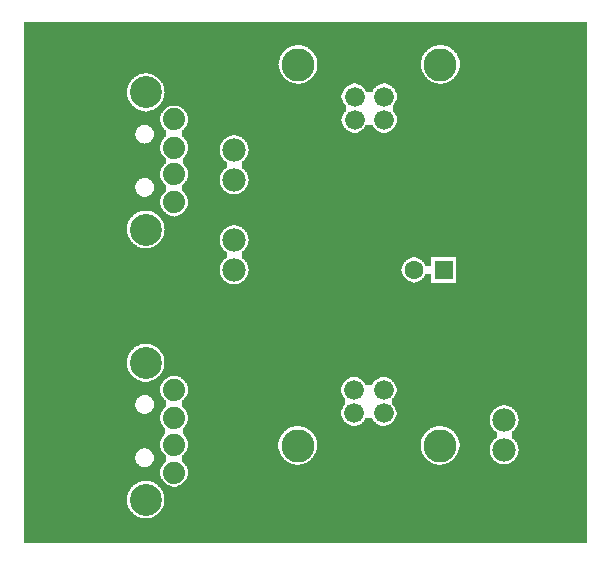
<source format=gbl>
G04 MADE WITH FRITZING*
G04 WWW.FRITZING.ORG*
G04 DOUBLE SIDED*
G04 HOLES PLATED*
G04 CONTOUR ON CENTER OF CONTOUR VECTOR*
%ASAXBY*%
%FSLAX23Y23*%
%MOIN*%
%OFA0B0*%
%SFA1.0B1.0*%
%ADD10C,0.075000*%
%ADD11C,0.066000*%
%ADD12C,0.110000*%
%ADD13C,0.078000*%
%ADD14C,0.062992*%
%ADD15C,0.074000*%
%ADD16C,0.106614*%
%ADD17R,0.062992X0.062992*%
%LNCOPPER0*%
G90*
G70*
G54D10*
X1515Y1711D03*
G54D11*
X1240Y1451D03*
X1142Y1451D03*
X1142Y1529D03*
X1240Y1529D03*
G54D12*
X1428Y1636D03*
X954Y1636D03*
G54D11*
X1240Y1451D03*
X1142Y1451D03*
X1142Y1529D03*
X1240Y1529D03*
G54D12*
X1428Y1636D03*
X954Y1636D03*
G54D11*
X1240Y1451D03*
X1142Y1451D03*
X1142Y1529D03*
X1240Y1529D03*
G54D12*
X1428Y1636D03*
X954Y1636D03*
G54D11*
X1140Y551D03*
X1239Y551D03*
X1239Y473D03*
X1140Y473D03*
G54D12*
X952Y366D03*
X1426Y366D03*
G54D11*
X1140Y551D03*
X1239Y551D03*
X1239Y473D03*
X1140Y473D03*
G54D12*
X952Y366D03*
X1426Y366D03*
G54D11*
X1140Y551D03*
X1239Y551D03*
X1239Y473D03*
X1140Y473D03*
G54D12*
X952Y366D03*
X1426Y366D03*
G54D13*
X740Y1351D03*
X740Y1251D03*
X1640Y351D03*
X1640Y451D03*
X740Y1051D03*
X740Y951D03*
G54D14*
X1439Y951D03*
X1340Y951D03*
G54D15*
X540Y276D03*
X540Y369D03*
X540Y458D03*
X540Y551D03*
G54D16*
X446Y642D03*
X446Y185D03*
G54D15*
X540Y276D03*
X540Y369D03*
X540Y458D03*
X540Y551D03*
G54D16*
X446Y642D03*
X446Y185D03*
G54D15*
X540Y276D03*
X540Y369D03*
X540Y458D03*
X540Y551D03*
G54D16*
X446Y642D03*
X446Y185D03*
G54D15*
X540Y1177D03*
X540Y1270D03*
X540Y1359D03*
X540Y1453D03*
G54D16*
X446Y1543D03*
X446Y1086D03*
G54D15*
X540Y1177D03*
X540Y1270D03*
X540Y1359D03*
X540Y1453D03*
G54D16*
X446Y1543D03*
X446Y1086D03*
G54D15*
X540Y1177D03*
X540Y1270D03*
X540Y1359D03*
X540Y1453D03*
G54D16*
X446Y1543D03*
X446Y1086D03*
G54D17*
X1439Y951D03*
G36*
X40Y1777D02*
X40Y1701D01*
X1440Y1701D01*
X1440Y1699D01*
X1448Y1699D01*
X1448Y1697D01*
X1452Y1697D01*
X1452Y1695D01*
X1456Y1695D01*
X1456Y1693D01*
X1460Y1693D01*
X1460Y1691D01*
X1462Y1691D01*
X1462Y1689D01*
X1466Y1689D01*
X1466Y1687D01*
X1468Y1687D01*
X1468Y1685D01*
X1470Y1685D01*
X1470Y1683D01*
X1472Y1683D01*
X1472Y1681D01*
X1474Y1681D01*
X1474Y1679D01*
X1476Y1679D01*
X1476Y1677D01*
X1478Y1677D01*
X1478Y1675D01*
X1480Y1675D01*
X1480Y1673D01*
X1482Y1673D01*
X1482Y1669D01*
X1484Y1669D01*
X1484Y1665D01*
X1486Y1665D01*
X1486Y1661D01*
X1488Y1661D01*
X1488Y1657D01*
X1490Y1657D01*
X1490Y1651D01*
X1492Y1651D01*
X1492Y1623D01*
X1490Y1623D01*
X1490Y1615D01*
X1488Y1615D01*
X1488Y1611D01*
X1486Y1611D01*
X1486Y1607D01*
X1484Y1607D01*
X1484Y1603D01*
X1482Y1603D01*
X1482Y1601D01*
X1480Y1601D01*
X1480Y1597D01*
X1478Y1597D01*
X1478Y1595D01*
X1476Y1595D01*
X1476Y1593D01*
X1474Y1593D01*
X1474Y1591D01*
X1472Y1591D01*
X1472Y1589D01*
X1470Y1589D01*
X1470Y1587D01*
X1468Y1587D01*
X1468Y1585D01*
X1464Y1585D01*
X1464Y1583D01*
X1462Y1583D01*
X1462Y1581D01*
X1458Y1581D01*
X1458Y1579D01*
X1454Y1579D01*
X1454Y1577D01*
X1450Y1577D01*
X1450Y1575D01*
X1444Y1575D01*
X1444Y1573D01*
X1436Y1573D01*
X1436Y1571D01*
X1918Y1571D01*
X1918Y1777D01*
X40Y1777D01*
G37*
D02*
G36*
X40Y1701D02*
X40Y1607D01*
X452Y1607D01*
X452Y1605D01*
X462Y1605D01*
X462Y1603D01*
X468Y1603D01*
X468Y1601D01*
X472Y1601D01*
X472Y1599D01*
X476Y1599D01*
X476Y1597D01*
X478Y1597D01*
X478Y1595D01*
X482Y1595D01*
X482Y1593D01*
X484Y1593D01*
X484Y1591D01*
X486Y1591D01*
X486Y1589D01*
X488Y1589D01*
X488Y1587D01*
X490Y1587D01*
X490Y1585D01*
X492Y1585D01*
X492Y1583D01*
X494Y1583D01*
X494Y1581D01*
X496Y1581D01*
X496Y1579D01*
X498Y1579D01*
X498Y1575D01*
X500Y1575D01*
X500Y1573D01*
X502Y1573D01*
X502Y1571D01*
X946Y1571D01*
X946Y1573D01*
X938Y1573D01*
X938Y1575D01*
X932Y1575D01*
X932Y1577D01*
X928Y1577D01*
X928Y1579D01*
X924Y1579D01*
X924Y1581D01*
X920Y1581D01*
X920Y1583D01*
X918Y1583D01*
X918Y1585D01*
X914Y1585D01*
X914Y1587D01*
X912Y1587D01*
X912Y1589D01*
X910Y1589D01*
X910Y1591D01*
X908Y1591D01*
X908Y1593D01*
X906Y1593D01*
X906Y1595D01*
X904Y1595D01*
X904Y1597D01*
X902Y1597D01*
X902Y1601D01*
X900Y1601D01*
X900Y1603D01*
X898Y1603D01*
X898Y1607D01*
X896Y1607D01*
X896Y1611D01*
X894Y1611D01*
X894Y1615D01*
X892Y1615D01*
X892Y1621D01*
X890Y1621D01*
X890Y1635D01*
X888Y1635D01*
X888Y1637D01*
X890Y1637D01*
X890Y1651D01*
X892Y1651D01*
X892Y1657D01*
X894Y1657D01*
X894Y1663D01*
X896Y1663D01*
X896Y1667D01*
X898Y1667D01*
X898Y1669D01*
X900Y1669D01*
X900Y1673D01*
X902Y1673D01*
X902Y1675D01*
X904Y1675D01*
X904Y1677D01*
X906Y1677D01*
X906Y1679D01*
X908Y1679D01*
X908Y1681D01*
X910Y1681D01*
X910Y1683D01*
X912Y1683D01*
X912Y1685D01*
X914Y1685D01*
X914Y1687D01*
X916Y1687D01*
X916Y1689D01*
X918Y1689D01*
X918Y1691D01*
X922Y1691D01*
X922Y1693D01*
X926Y1693D01*
X926Y1695D01*
X930Y1695D01*
X930Y1697D01*
X934Y1697D01*
X934Y1699D01*
X942Y1699D01*
X942Y1701D01*
X40Y1701D01*
G37*
D02*
G36*
X966Y1701D02*
X966Y1699D01*
X974Y1699D01*
X974Y1697D01*
X978Y1697D01*
X978Y1695D01*
X982Y1695D01*
X982Y1693D01*
X986Y1693D01*
X986Y1691D01*
X988Y1691D01*
X988Y1689D01*
X992Y1689D01*
X992Y1687D01*
X994Y1687D01*
X994Y1685D01*
X996Y1685D01*
X996Y1683D01*
X998Y1683D01*
X998Y1681D01*
X1000Y1681D01*
X1000Y1679D01*
X1002Y1679D01*
X1002Y1677D01*
X1004Y1677D01*
X1004Y1675D01*
X1006Y1675D01*
X1006Y1673D01*
X1008Y1673D01*
X1008Y1669D01*
X1010Y1669D01*
X1010Y1665D01*
X1012Y1665D01*
X1012Y1661D01*
X1014Y1661D01*
X1014Y1657D01*
X1016Y1657D01*
X1016Y1651D01*
X1018Y1651D01*
X1018Y1623D01*
X1016Y1623D01*
X1016Y1615D01*
X1014Y1615D01*
X1014Y1611D01*
X1012Y1611D01*
X1012Y1607D01*
X1010Y1607D01*
X1010Y1603D01*
X1008Y1603D01*
X1008Y1601D01*
X1006Y1601D01*
X1006Y1597D01*
X1004Y1597D01*
X1004Y1595D01*
X1002Y1595D01*
X1002Y1593D01*
X1000Y1593D01*
X1000Y1591D01*
X998Y1591D01*
X998Y1589D01*
X996Y1589D01*
X996Y1587D01*
X994Y1587D01*
X994Y1585D01*
X990Y1585D01*
X990Y1583D01*
X988Y1583D01*
X988Y1581D01*
X984Y1581D01*
X984Y1579D01*
X980Y1579D01*
X980Y1577D01*
X976Y1577D01*
X976Y1575D01*
X970Y1575D01*
X970Y1573D01*
X1246Y1573D01*
X1246Y1571D01*
X1420Y1571D01*
X1420Y1573D01*
X1412Y1573D01*
X1412Y1575D01*
X1406Y1575D01*
X1406Y1577D01*
X1402Y1577D01*
X1402Y1579D01*
X1398Y1579D01*
X1398Y1581D01*
X1394Y1581D01*
X1394Y1583D01*
X1392Y1583D01*
X1392Y1585D01*
X1388Y1585D01*
X1388Y1587D01*
X1386Y1587D01*
X1386Y1589D01*
X1384Y1589D01*
X1384Y1591D01*
X1382Y1591D01*
X1382Y1593D01*
X1380Y1593D01*
X1380Y1595D01*
X1378Y1595D01*
X1378Y1597D01*
X1376Y1597D01*
X1376Y1601D01*
X1374Y1601D01*
X1374Y1603D01*
X1372Y1603D01*
X1372Y1607D01*
X1370Y1607D01*
X1370Y1611D01*
X1368Y1611D01*
X1368Y1615D01*
X1366Y1615D01*
X1366Y1621D01*
X1364Y1621D01*
X1364Y1635D01*
X1362Y1635D01*
X1362Y1637D01*
X1364Y1637D01*
X1364Y1651D01*
X1366Y1651D01*
X1366Y1657D01*
X1368Y1657D01*
X1368Y1663D01*
X1370Y1663D01*
X1370Y1667D01*
X1372Y1667D01*
X1372Y1669D01*
X1374Y1669D01*
X1374Y1673D01*
X1376Y1673D01*
X1376Y1675D01*
X1378Y1675D01*
X1378Y1677D01*
X1380Y1677D01*
X1380Y1679D01*
X1382Y1679D01*
X1382Y1681D01*
X1384Y1681D01*
X1384Y1683D01*
X1386Y1683D01*
X1386Y1685D01*
X1388Y1685D01*
X1388Y1687D01*
X1390Y1687D01*
X1390Y1689D01*
X1392Y1689D01*
X1392Y1691D01*
X1396Y1691D01*
X1396Y1693D01*
X1400Y1693D01*
X1400Y1695D01*
X1404Y1695D01*
X1404Y1697D01*
X1408Y1697D01*
X1408Y1699D01*
X1416Y1699D01*
X1416Y1701D01*
X966Y1701D01*
G37*
D02*
G36*
X40Y1607D02*
X40Y1479D01*
X442Y1479D01*
X442Y1481D01*
X430Y1481D01*
X430Y1483D01*
X424Y1483D01*
X424Y1485D01*
X420Y1485D01*
X420Y1487D01*
X416Y1487D01*
X416Y1489D01*
X414Y1489D01*
X414Y1491D01*
X410Y1491D01*
X410Y1493D01*
X408Y1493D01*
X408Y1495D01*
X406Y1495D01*
X406Y1497D01*
X404Y1497D01*
X404Y1499D01*
X400Y1499D01*
X400Y1503D01*
X398Y1503D01*
X398Y1505D01*
X396Y1505D01*
X396Y1507D01*
X394Y1507D01*
X394Y1509D01*
X392Y1509D01*
X392Y1513D01*
X390Y1513D01*
X390Y1517D01*
X388Y1517D01*
X388Y1521D01*
X386Y1521D01*
X386Y1527D01*
X384Y1527D01*
X384Y1537D01*
X382Y1537D01*
X382Y1551D01*
X384Y1551D01*
X384Y1559D01*
X386Y1559D01*
X386Y1565D01*
X388Y1565D01*
X388Y1569D01*
X390Y1569D01*
X390Y1573D01*
X392Y1573D01*
X392Y1577D01*
X394Y1577D01*
X394Y1579D01*
X396Y1579D01*
X396Y1581D01*
X398Y1581D01*
X398Y1585D01*
X400Y1585D01*
X400Y1587D01*
X402Y1587D01*
X402Y1589D01*
X406Y1589D01*
X406Y1591D01*
X408Y1591D01*
X408Y1593D01*
X410Y1593D01*
X410Y1595D01*
X412Y1595D01*
X412Y1597D01*
X416Y1597D01*
X416Y1599D01*
X420Y1599D01*
X420Y1601D01*
X424Y1601D01*
X424Y1603D01*
X430Y1603D01*
X430Y1605D01*
X440Y1605D01*
X440Y1607D01*
X40Y1607D01*
G37*
D02*
G36*
X962Y1573D02*
X962Y1571D01*
X1136Y1571D01*
X1136Y1573D01*
X962Y1573D01*
G37*
D02*
G36*
X1146Y1573D02*
X1146Y1571D01*
X1154Y1571D01*
X1154Y1569D01*
X1158Y1569D01*
X1158Y1567D01*
X1162Y1567D01*
X1162Y1565D01*
X1166Y1565D01*
X1166Y1563D01*
X1168Y1563D01*
X1168Y1561D01*
X1170Y1561D01*
X1170Y1559D01*
X1172Y1559D01*
X1172Y1557D01*
X1174Y1557D01*
X1174Y1555D01*
X1176Y1555D01*
X1176Y1551D01*
X1178Y1551D01*
X1178Y1549D01*
X1180Y1549D01*
X1180Y1545D01*
X1202Y1545D01*
X1202Y1549D01*
X1204Y1549D01*
X1204Y1553D01*
X1206Y1553D01*
X1206Y1555D01*
X1208Y1555D01*
X1208Y1557D01*
X1210Y1557D01*
X1210Y1559D01*
X1212Y1559D01*
X1212Y1561D01*
X1214Y1561D01*
X1214Y1563D01*
X1216Y1563D01*
X1216Y1565D01*
X1220Y1565D01*
X1220Y1567D01*
X1224Y1567D01*
X1224Y1569D01*
X1228Y1569D01*
X1228Y1571D01*
X1236Y1571D01*
X1236Y1573D01*
X1146Y1573D01*
G37*
D02*
G36*
X502Y1571D02*
X502Y1569D01*
X1130Y1569D01*
X1130Y1571D01*
X502Y1571D01*
G37*
D02*
G36*
X502Y1571D02*
X502Y1569D01*
X1130Y1569D01*
X1130Y1571D01*
X502Y1571D01*
G37*
D02*
G36*
X1252Y1571D02*
X1252Y1569D01*
X1918Y1569D01*
X1918Y1571D01*
X1252Y1571D01*
G37*
D02*
G36*
X1252Y1571D02*
X1252Y1569D01*
X1918Y1569D01*
X1918Y1571D01*
X1252Y1571D01*
G37*
D02*
G36*
X504Y1569D02*
X504Y1563D01*
X506Y1563D01*
X506Y1557D01*
X508Y1557D01*
X508Y1545D01*
X510Y1545D01*
X510Y1541D01*
X508Y1541D01*
X508Y1529D01*
X506Y1529D01*
X506Y1523D01*
X504Y1523D01*
X504Y1517D01*
X502Y1517D01*
X502Y1513D01*
X500Y1513D01*
X500Y1511D01*
X498Y1511D01*
X498Y1507D01*
X496Y1507D01*
X496Y1505D01*
X494Y1505D01*
X494Y1503D01*
X492Y1503D01*
X492Y1501D01*
X490Y1501D01*
X490Y1499D01*
X550Y1499D01*
X550Y1497D01*
X556Y1497D01*
X556Y1495D01*
X560Y1495D01*
X560Y1493D01*
X564Y1493D01*
X564Y1491D01*
X566Y1491D01*
X566Y1489D01*
X568Y1489D01*
X568Y1487D01*
X572Y1487D01*
X572Y1485D01*
X574Y1485D01*
X574Y1481D01*
X576Y1481D01*
X576Y1479D01*
X578Y1479D01*
X578Y1477D01*
X580Y1477D01*
X580Y1473D01*
X582Y1473D01*
X582Y1471D01*
X584Y1471D01*
X584Y1465D01*
X586Y1465D01*
X586Y1457D01*
X588Y1457D01*
X588Y1449D01*
X586Y1449D01*
X586Y1441D01*
X584Y1441D01*
X584Y1435D01*
X582Y1435D01*
X582Y1431D01*
X580Y1431D01*
X580Y1429D01*
X578Y1429D01*
X578Y1425D01*
X576Y1425D01*
X576Y1423D01*
X574Y1423D01*
X574Y1421D01*
X572Y1421D01*
X572Y1419D01*
X570Y1419D01*
X570Y1417D01*
X568Y1417D01*
X568Y1409D01*
X1132Y1409D01*
X1132Y1411D01*
X1126Y1411D01*
X1126Y1413D01*
X1122Y1413D01*
X1122Y1415D01*
X1120Y1415D01*
X1120Y1417D01*
X1116Y1417D01*
X1116Y1419D01*
X1114Y1419D01*
X1114Y1421D01*
X1112Y1421D01*
X1112Y1423D01*
X1110Y1423D01*
X1110Y1425D01*
X1108Y1425D01*
X1108Y1429D01*
X1106Y1429D01*
X1106Y1431D01*
X1104Y1431D01*
X1104Y1435D01*
X1102Y1435D01*
X1102Y1439D01*
X1100Y1439D01*
X1100Y1447D01*
X1098Y1447D01*
X1098Y1455D01*
X1100Y1455D01*
X1100Y1463D01*
X1102Y1463D01*
X1102Y1469D01*
X1104Y1469D01*
X1104Y1471D01*
X1106Y1471D01*
X1106Y1475D01*
X1108Y1475D01*
X1108Y1477D01*
X1110Y1477D01*
X1110Y1479D01*
X1112Y1479D01*
X1112Y1501D01*
X1110Y1501D01*
X1110Y1503D01*
X1108Y1503D01*
X1108Y1507D01*
X1106Y1507D01*
X1106Y1509D01*
X1104Y1509D01*
X1104Y1513D01*
X1102Y1513D01*
X1102Y1517D01*
X1100Y1517D01*
X1100Y1525D01*
X1098Y1525D01*
X1098Y1533D01*
X1100Y1533D01*
X1100Y1541D01*
X1102Y1541D01*
X1102Y1547D01*
X1104Y1547D01*
X1104Y1549D01*
X1106Y1549D01*
X1106Y1553D01*
X1108Y1553D01*
X1108Y1555D01*
X1110Y1555D01*
X1110Y1557D01*
X1112Y1557D01*
X1112Y1559D01*
X1114Y1559D01*
X1114Y1561D01*
X1116Y1561D01*
X1116Y1563D01*
X1118Y1563D01*
X1118Y1565D01*
X1122Y1565D01*
X1122Y1567D01*
X1124Y1567D01*
X1124Y1569D01*
X504Y1569D01*
G37*
D02*
G36*
X1258Y1569D02*
X1258Y1567D01*
X1260Y1567D01*
X1260Y1565D01*
X1264Y1565D01*
X1264Y1563D01*
X1266Y1563D01*
X1266Y1561D01*
X1268Y1561D01*
X1268Y1559D01*
X1270Y1559D01*
X1270Y1557D01*
X1272Y1557D01*
X1272Y1555D01*
X1274Y1555D01*
X1274Y1553D01*
X1276Y1553D01*
X1276Y1549D01*
X1278Y1549D01*
X1278Y1545D01*
X1280Y1545D01*
X1280Y1541D01*
X1282Y1541D01*
X1282Y1531D01*
X1284Y1531D01*
X1284Y1527D01*
X1282Y1527D01*
X1282Y1519D01*
X1280Y1519D01*
X1280Y1513D01*
X1278Y1513D01*
X1278Y1509D01*
X1276Y1509D01*
X1276Y1507D01*
X1274Y1507D01*
X1274Y1503D01*
X1272Y1503D01*
X1272Y1501D01*
X1270Y1501D01*
X1270Y1479D01*
X1272Y1479D01*
X1272Y1477D01*
X1274Y1477D01*
X1274Y1475D01*
X1276Y1475D01*
X1276Y1471D01*
X1278Y1471D01*
X1278Y1467D01*
X1280Y1467D01*
X1280Y1463D01*
X1282Y1463D01*
X1282Y1453D01*
X1284Y1453D01*
X1284Y1449D01*
X1282Y1449D01*
X1282Y1441D01*
X1280Y1441D01*
X1280Y1435D01*
X1278Y1435D01*
X1278Y1431D01*
X1276Y1431D01*
X1276Y1429D01*
X1274Y1429D01*
X1274Y1425D01*
X1272Y1425D01*
X1272Y1423D01*
X1270Y1423D01*
X1270Y1421D01*
X1268Y1421D01*
X1268Y1419D01*
X1266Y1419D01*
X1266Y1417D01*
X1262Y1417D01*
X1262Y1415D01*
X1260Y1415D01*
X1260Y1413D01*
X1256Y1413D01*
X1256Y1411D01*
X1250Y1411D01*
X1250Y1409D01*
X1918Y1409D01*
X1918Y1569D01*
X1258Y1569D01*
G37*
D02*
G36*
X488Y1499D02*
X488Y1497D01*
X486Y1497D01*
X486Y1495D01*
X484Y1495D01*
X484Y1493D01*
X482Y1493D01*
X482Y1491D01*
X478Y1491D01*
X478Y1489D01*
X476Y1489D01*
X476Y1487D01*
X472Y1487D01*
X472Y1485D01*
X466Y1485D01*
X466Y1483D01*
X460Y1483D01*
X460Y1481D01*
X450Y1481D01*
X450Y1479D01*
X504Y1479D01*
X504Y1481D01*
X506Y1481D01*
X506Y1483D01*
X508Y1483D01*
X508Y1485D01*
X510Y1485D01*
X510Y1487D01*
X512Y1487D01*
X512Y1489D01*
X514Y1489D01*
X514Y1491D01*
X518Y1491D01*
X518Y1493D01*
X520Y1493D01*
X520Y1495D01*
X524Y1495D01*
X524Y1497D01*
X530Y1497D01*
X530Y1499D01*
X488Y1499D01*
G37*
D02*
G36*
X40Y1479D02*
X40Y1477D01*
X502Y1477D01*
X502Y1479D01*
X40Y1479D01*
G37*
D02*
G36*
X40Y1479D02*
X40Y1477D01*
X502Y1477D01*
X502Y1479D01*
X40Y1479D01*
G37*
D02*
G36*
X40Y1477D02*
X40Y1435D01*
X448Y1435D01*
X448Y1433D01*
X454Y1433D01*
X454Y1431D01*
X458Y1431D01*
X458Y1429D01*
X460Y1429D01*
X460Y1427D01*
X462Y1427D01*
X462Y1425D01*
X464Y1425D01*
X464Y1423D01*
X466Y1423D01*
X466Y1421D01*
X468Y1421D01*
X468Y1419D01*
X470Y1419D01*
X470Y1415D01*
X472Y1415D01*
X472Y1407D01*
X474Y1407D01*
X474Y1399D01*
X472Y1399D01*
X472Y1393D01*
X470Y1393D01*
X470Y1389D01*
X468Y1389D01*
X468Y1385D01*
X466Y1385D01*
X466Y1383D01*
X464Y1383D01*
X464Y1381D01*
X462Y1381D01*
X462Y1379D01*
X460Y1379D01*
X460Y1377D01*
X456Y1377D01*
X456Y1375D01*
X452Y1375D01*
X452Y1373D01*
X444Y1373D01*
X444Y1371D01*
X496Y1371D01*
X496Y1375D01*
X498Y1375D01*
X498Y1379D01*
X500Y1379D01*
X500Y1383D01*
X502Y1383D01*
X502Y1385D01*
X504Y1385D01*
X504Y1387D01*
X506Y1387D01*
X506Y1391D01*
X508Y1391D01*
X508Y1393D01*
X512Y1393D01*
X512Y1395D01*
X514Y1395D01*
X514Y1417D01*
X510Y1417D01*
X510Y1419D01*
X508Y1419D01*
X508Y1421D01*
X506Y1421D01*
X506Y1423D01*
X504Y1423D01*
X504Y1427D01*
X502Y1427D01*
X502Y1429D01*
X500Y1429D01*
X500Y1433D01*
X498Y1433D01*
X498Y1437D01*
X496Y1437D01*
X496Y1443D01*
X494Y1443D01*
X494Y1463D01*
X496Y1463D01*
X496Y1469D01*
X498Y1469D01*
X498Y1473D01*
X500Y1473D01*
X500Y1475D01*
X502Y1475D01*
X502Y1477D01*
X40Y1477D01*
G37*
D02*
G36*
X40Y1435D02*
X40Y1371D01*
X440Y1371D01*
X440Y1373D01*
X432Y1373D01*
X432Y1375D01*
X428Y1375D01*
X428Y1377D01*
X424Y1377D01*
X424Y1379D01*
X422Y1379D01*
X422Y1381D01*
X420Y1381D01*
X420Y1383D01*
X418Y1383D01*
X418Y1385D01*
X416Y1385D01*
X416Y1387D01*
X414Y1387D01*
X414Y1391D01*
X412Y1391D01*
X412Y1397D01*
X410Y1397D01*
X410Y1409D01*
X412Y1409D01*
X412Y1415D01*
X414Y1415D01*
X414Y1419D01*
X416Y1419D01*
X416Y1421D01*
X418Y1421D01*
X418Y1425D01*
X420Y1425D01*
X420Y1427D01*
X424Y1427D01*
X424Y1429D01*
X426Y1429D01*
X426Y1431D01*
X430Y1431D01*
X430Y1433D01*
X436Y1433D01*
X436Y1435D01*
X40Y1435D01*
G37*
D02*
G36*
X1180Y1435D02*
X1180Y1433D01*
X1178Y1433D01*
X1178Y1429D01*
X1176Y1429D01*
X1176Y1427D01*
X1174Y1427D01*
X1174Y1425D01*
X1172Y1425D01*
X1172Y1421D01*
X1168Y1421D01*
X1168Y1419D01*
X1166Y1419D01*
X1166Y1417D01*
X1164Y1417D01*
X1164Y1415D01*
X1160Y1415D01*
X1160Y1413D01*
X1158Y1413D01*
X1158Y1411D01*
X1152Y1411D01*
X1152Y1409D01*
X1230Y1409D01*
X1230Y1411D01*
X1224Y1411D01*
X1224Y1413D01*
X1222Y1413D01*
X1222Y1415D01*
X1218Y1415D01*
X1218Y1417D01*
X1216Y1417D01*
X1216Y1419D01*
X1212Y1419D01*
X1212Y1421D01*
X1210Y1421D01*
X1210Y1423D01*
X1208Y1423D01*
X1208Y1427D01*
X1206Y1427D01*
X1206Y1429D01*
X1204Y1429D01*
X1204Y1433D01*
X1202Y1433D01*
X1202Y1435D01*
X1180Y1435D01*
G37*
D02*
G36*
X568Y1409D02*
X568Y1407D01*
X1918Y1407D01*
X1918Y1409D01*
X568Y1409D01*
G37*
D02*
G36*
X568Y1409D02*
X568Y1407D01*
X1918Y1407D01*
X1918Y1409D01*
X568Y1409D01*
G37*
D02*
G36*
X568Y1409D02*
X568Y1407D01*
X1918Y1407D01*
X1918Y1409D01*
X568Y1409D01*
G37*
D02*
G36*
X568Y1407D02*
X568Y1401D01*
X746Y1401D01*
X746Y1399D01*
X752Y1399D01*
X752Y1397D01*
X758Y1397D01*
X758Y1395D01*
X762Y1395D01*
X762Y1393D01*
X766Y1393D01*
X766Y1391D01*
X768Y1391D01*
X768Y1389D01*
X770Y1389D01*
X770Y1387D01*
X772Y1387D01*
X772Y1385D01*
X774Y1385D01*
X774Y1383D01*
X776Y1383D01*
X776Y1381D01*
X778Y1381D01*
X778Y1379D01*
X780Y1379D01*
X780Y1377D01*
X782Y1377D01*
X782Y1373D01*
X784Y1373D01*
X784Y1369D01*
X786Y1369D01*
X786Y1363D01*
X788Y1363D01*
X788Y1353D01*
X790Y1353D01*
X790Y1349D01*
X788Y1349D01*
X788Y1339D01*
X786Y1339D01*
X786Y1333D01*
X784Y1333D01*
X784Y1331D01*
X782Y1331D01*
X782Y1327D01*
X780Y1327D01*
X780Y1323D01*
X778Y1323D01*
X778Y1321D01*
X776Y1321D01*
X776Y1319D01*
X774Y1319D01*
X774Y1317D01*
X772Y1317D01*
X772Y1315D01*
X770Y1315D01*
X770Y1313D01*
X766Y1313D01*
X766Y1291D01*
X768Y1291D01*
X768Y1289D01*
X770Y1289D01*
X770Y1287D01*
X772Y1287D01*
X772Y1285D01*
X774Y1285D01*
X774Y1283D01*
X776Y1283D01*
X776Y1281D01*
X778Y1281D01*
X778Y1279D01*
X780Y1279D01*
X780Y1277D01*
X782Y1277D01*
X782Y1273D01*
X784Y1273D01*
X784Y1269D01*
X786Y1269D01*
X786Y1263D01*
X788Y1263D01*
X788Y1253D01*
X790Y1253D01*
X790Y1249D01*
X788Y1249D01*
X788Y1239D01*
X786Y1239D01*
X786Y1233D01*
X784Y1233D01*
X784Y1231D01*
X782Y1231D01*
X782Y1227D01*
X780Y1227D01*
X780Y1223D01*
X778Y1223D01*
X778Y1221D01*
X776Y1221D01*
X776Y1219D01*
X774Y1219D01*
X774Y1217D01*
X772Y1217D01*
X772Y1215D01*
X770Y1215D01*
X770Y1213D01*
X766Y1213D01*
X766Y1211D01*
X764Y1211D01*
X764Y1209D01*
X760Y1209D01*
X760Y1207D01*
X756Y1207D01*
X756Y1205D01*
X750Y1205D01*
X750Y1203D01*
X1918Y1203D01*
X1918Y1407D01*
X568Y1407D01*
G37*
D02*
G36*
X568Y1401D02*
X568Y1395D01*
X570Y1395D01*
X570Y1393D01*
X572Y1393D01*
X572Y1391D01*
X574Y1391D01*
X574Y1389D01*
X576Y1389D01*
X576Y1387D01*
X578Y1387D01*
X578Y1383D01*
X580Y1383D01*
X580Y1381D01*
X582Y1381D01*
X582Y1377D01*
X584Y1377D01*
X584Y1371D01*
X586Y1371D01*
X586Y1363D01*
X588Y1363D01*
X588Y1355D01*
X586Y1355D01*
X586Y1347D01*
X584Y1347D01*
X584Y1341D01*
X582Y1341D01*
X582Y1339D01*
X580Y1339D01*
X580Y1335D01*
X578Y1335D01*
X578Y1333D01*
X576Y1333D01*
X576Y1329D01*
X574Y1329D01*
X574Y1327D01*
X572Y1327D01*
X572Y1325D01*
X570Y1325D01*
X570Y1303D01*
X574Y1303D01*
X574Y1299D01*
X576Y1299D01*
X576Y1297D01*
X578Y1297D01*
X578Y1295D01*
X580Y1295D01*
X580Y1291D01*
X582Y1291D01*
X582Y1287D01*
X584Y1287D01*
X584Y1283D01*
X586Y1283D01*
X586Y1275D01*
X588Y1275D01*
X588Y1265D01*
X586Y1265D01*
X586Y1259D01*
X584Y1259D01*
X584Y1253D01*
X582Y1253D01*
X582Y1249D01*
X580Y1249D01*
X580Y1247D01*
X578Y1247D01*
X578Y1243D01*
X576Y1243D01*
X576Y1241D01*
X574Y1241D01*
X574Y1239D01*
X572Y1239D01*
X572Y1237D01*
X570Y1237D01*
X570Y1235D01*
X568Y1235D01*
X568Y1233D01*
X566Y1233D01*
X566Y1213D01*
X570Y1213D01*
X570Y1211D01*
X572Y1211D01*
X572Y1209D01*
X574Y1209D01*
X574Y1207D01*
X576Y1207D01*
X576Y1203D01*
X730Y1203D01*
X730Y1205D01*
X724Y1205D01*
X724Y1207D01*
X720Y1207D01*
X720Y1209D01*
X716Y1209D01*
X716Y1211D01*
X714Y1211D01*
X714Y1213D01*
X712Y1213D01*
X712Y1215D01*
X708Y1215D01*
X708Y1217D01*
X706Y1217D01*
X706Y1219D01*
X704Y1219D01*
X704Y1221D01*
X702Y1221D01*
X702Y1225D01*
X700Y1225D01*
X700Y1227D01*
X698Y1227D01*
X698Y1231D01*
X696Y1231D01*
X696Y1235D01*
X694Y1235D01*
X694Y1241D01*
X692Y1241D01*
X692Y1263D01*
X694Y1263D01*
X694Y1269D01*
X696Y1269D01*
X696Y1273D01*
X698Y1273D01*
X698Y1275D01*
X700Y1275D01*
X700Y1279D01*
X702Y1279D01*
X702Y1281D01*
X704Y1281D01*
X704Y1283D01*
X706Y1283D01*
X706Y1285D01*
X708Y1285D01*
X708Y1287D01*
X710Y1287D01*
X710Y1289D01*
X712Y1289D01*
X712Y1291D01*
X716Y1291D01*
X716Y1311D01*
X714Y1311D01*
X714Y1313D01*
X712Y1313D01*
X712Y1315D01*
X708Y1315D01*
X708Y1317D01*
X706Y1317D01*
X706Y1319D01*
X704Y1319D01*
X704Y1321D01*
X702Y1321D01*
X702Y1325D01*
X700Y1325D01*
X700Y1327D01*
X698Y1327D01*
X698Y1331D01*
X696Y1331D01*
X696Y1335D01*
X694Y1335D01*
X694Y1341D01*
X692Y1341D01*
X692Y1363D01*
X694Y1363D01*
X694Y1369D01*
X696Y1369D01*
X696Y1373D01*
X698Y1373D01*
X698Y1375D01*
X700Y1375D01*
X700Y1379D01*
X702Y1379D01*
X702Y1381D01*
X704Y1381D01*
X704Y1383D01*
X706Y1383D01*
X706Y1385D01*
X708Y1385D01*
X708Y1387D01*
X710Y1387D01*
X710Y1389D01*
X712Y1389D01*
X712Y1391D01*
X716Y1391D01*
X716Y1393D01*
X718Y1393D01*
X718Y1395D01*
X722Y1395D01*
X722Y1397D01*
X728Y1397D01*
X728Y1399D01*
X734Y1399D01*
X734Y1401D01*
X568Y1401D01*
G37*
D02*
G36*
X40Y1371D02*
X40Y1369D01*
X496Y1369D01*
X496Y1371D01*
X40Y1371D01*
G37*
D02*
G36*
X40Y1371D02*
X40Y1369D01*
X496Y1369D01*
X496Y1371D01*
X40Y1371D01*
G37*
D02*
G36*
X40Y1369D02*
X40Y1257D01*
X452Y1257D01*
X452Y1255D01*
X456Y1255D01*
X456Y1253D01*
X458Y1253D01*
X458Y1251D01*
X462Y1251D01*
X462Y1249D01*
X464Y1249D01*
X464Y1247D01*
X466Y1247D01*
X466Y1245D01*
X468Y1245D01*
X468Y1241D01*
X470Y1241D01*
X470Y1237D01*
X472Y1237D01*
X472Y1231D01*
X474Y1231D01*
X474Y1221D01*
X472Y1221D01*
X472Y1215D01*
X470Y1215D01*
X470Y1211D01*
X468Y1211D01*
X468Y1209D01*
X466Y1209D01*
X466Y1205D01*
X464Y1205D01*
X464Y1203D01*
X462Y1203D01*
X462Y1201D01*
X458Y1201D01*
X458Y1199D01*
X456Y1199D01*
X456Y1197D01*
X450Y1197D01*
X450Y1195D01*
X498Y1195D01*
X498Y1197D01*
X500Y1197D01*
X500Y1201D01*
X502Y1201D01*
X502Y1203D01*
X504Y1203D01*
X504Y1205D01*
X506Y1205D01*
X506Y1207D01*
X508Y1207D01*
X508Y1209D01*
X510Y1209D01*
X510Y1211D01*
X512Y1211D01*
X512Y1213D01*
X514Y1213D01*
X514Y1233D01*
X512Y1233D01*
X512Y1235D01*
X510Y1235D01*
X510Y1237D01*
X508Y1237D01*
X508Y1239D01*
X506Y1239D01*
X506Y1241D01*
X504Y1241D01*
X504Y1245D01*
X502Y1245D01*
X502Y1247D01*
X500Y1247D01*
X500Y1251D01*
X498Y1251D01*
X498Y1255D01*
X496Y1255D01*
X496Y1259D01*
X494Y1259D01*
X494Y1281D01*
X496Y1281D01*
X496Y1287D01*
X498Y1287D01*
X498Y1291D01*
X500Y1291D01*
X500Y1293D01*
X502Y1293D01*
X502Y1297D01*
X504Y1297D01*
X504Y1299D01*
X506Y1299D01*
X506Y1301D01*
X508Y1301D01*
X508Y1303D01*
X510Y1303D01*
X510Y1305D01*
X512Y1305D01*
X512Y1325D01*
X510Y1325D01*
X510Y1327D01*
X508Y1327D01*
X508Y1329D01*
X506Y1329D01*
X506Y1331D01*
X504Y1331D01*
X504Y1333D01*
X502Y1333D01*
X502Y1335D01*
X500Y1335D01*
X500Y1339D01*
X498Y1339D01*
X498Y1343D01*
X496Y1343D01*
X496Y1349D01*
X494Y1349D01*
X494Y1369D01*
X40Y1369D01*
G37*
D02*
G36*
X40Y1257D02*
X40Y1195D01*
X434Y1195D01*
X434Y1197D01*
X428Y1197D01*
X428Y1199D01*
X426Y1199D01*
X426Y1201D01*
X422Y1201D01*
X422Y1203D01*
X420Y1203D01*
X420Y1205D01*
X418Y1205D01*
X418Y1207D01*
X416Y1207D01*
X416Y1211D01*
X414Y1211D01*
X414Y1215D01*
X412Y1215D01*
X412Y1221D01*
X410Y1221D01*
X410Y1233D01*
X412Y1233D01*
X412Y1237D01*
X414Y1237D01*
X414Y1241D01*
X416Y1241D01*
X416Y1245D01*
X418Y1245D01*
X418Y1247D01*
X420Y1247D01*
X420Y1249D01*
X422Y1249D01*
X422Y1251D01*
X424Y1251D01*
X424Y1253D01*
X428Y1253D01*
X428Y1255D01*
X432Y1255D01*
X432Y1257D01*
X40Y1257D01*
G37*
D02*
G36*
X578Y1203D02*
X578Y1201D01*
X1918Y1201D01*
X1918Y1203D01*
X578Y1203D01*
G37*
D02*
G36*
X578Y1203D02*
X578Y1201D01*
X1918Y1201D01*
X1918Y1203D01*
X578Y1203D01*
G37*
D02*
G36*
X580Y1201D02*
X580Y1197D01*
X582Y1197D01*
X582Y1195D01*
X584Y1195D01*
X584Y1189D01*
X586Y1189D01*
X586Y1181D01*
X588Y1181D01*
X588Y1173D01*
X586Y1173D01*
X586Y1165D01*
X584Y1165D01*
X584Y1159D01*
X582Y1159D01*
X582Y1157D01*
X580Y1157D01*
X580Y1153D01*
X578Y1153D01*
X578Y1151D01*
X576Y1151D01*
X576Y1147D01*
X574Y1147D01*
X574Y1145D01*
X572Y1145D01*
X572Y1143D01*
X570Y1143D01*
X570Y1141D01*
X566Y1141D01*
X566Y1139D01*
X564Y1139D01*
X564Y1137D01*
X560Y1137D01*
X560Y1135D01*
X558Y1135D01*
X558Y1133D01*
X552Y1133D01*
X552Y1131D01*
X542Y1131D01*
X542Y1129D01*
X1918Y1129D01*
X1918Y1201D01*
X580Y1201D01*
G37*
D02*
G36*
X40Y1195D02*
X40Y1193D01*
X498Y1193D01*
X498Y1195D01*
X40Y1195D01*
G37*
D02*
G36*
X40Y1195D02*
X40Y1193D01*
X498Y1193D01*
X498Y1195D01*
X40Y1195D01*
G37*
D02*
G36*
X40Y1193D02*
X40Y1149D01*
X460Y1149D01*
X460Y1147D01*
X466Y1147D01*
X466Y1145D01*
X470Y1145D01*
X470Y1143D01*
X474Y1143D01*
X474Y1141D01*
X478Y1141D01*
X478Y1139D01*
X480Y1139D01*
X480Y1137D01*
X484Y1137D01*
X484Y1135D01*
X486Y1135D01*
X486Y1133D01*
X488Y1133D01*
X488Y1131D01*
X490Y1131D01*
X490Y1129D01*
X540Y1129D01*
X540Y1131D01*
X528Y1131D01*
X528Y1133D01*
X524Y1133D01*
X524Y1135D01*
X520Y1135D01*
X520Y1137D01*
X516Y1137D01*
X516Y1139D01*
X514Y1139D01*
X514Y1141D01*
X512Y1141D01*
X512Y1143D01*
X508Y1143D01*
X508Y1145D01*
X506Y1145D01*
X506Y1149D01*
X504Y1149D01*
X504Y1151D01*
X502Y1151D01*
X502Y1153D01*
X500Y1153D01*
X500Y1157D01*
X498Y1157D01*
X498Y1161D01*
X496Y1161D01*
X496Y1167D01*
X494Y1167D01*
X494Y1187D01*
X496Y1187D01*
X496Y1193D01*
X40Y1193D01*
G37*
D02*
G36*
X40Y1149D02*
X40Y1023D01*
X436Y1023D01*
X436Y1025D01*
X428Y1025D01*
X428Y1027D01*
X422Y1027D01*
X422Y1029D01*
X418Y1029D01*
X418Y1031D01*
X416Y1031D01*
X416Y1033D01*
X412Y1033D01*
X412Y1035D01*
X410Y1035D01*
X410Y1037D01*
X406Y1037D01*
X406Y1039D01*
X404Y1039D01*
X404Y1041D01*
X402Y1041D01*
X402Y1043D01*
X400Y1043D01*
X400Y1045D01*
X398Y1045D01*
X398Y1047D01*
X396Y1047D01*
X396Y1051D01*
X394Y1051D01*
X394Y1053D01*
X392Y1053D01*
X392Y1057D01*
X390Y1057D01*
X390Y1061D01*
X388Y1061D01*
X388Y1065D01*
X386Y1065D01*
X386Y1071D01*
X384Y1071D01*
X384Y1079D01*
X382Y1079D01*
X382Y1093D01*
X384Y1093D01*
X384Y1103D01*
X386Y1103D01*
X386Y1109D01*
X388Y1109D01*
X388Y1113D01*
X390Y1113D01*
X390Y1117D01*
X392Y1117D01*
X392Y1119D01*
X394Y1119D01*
X394Y1123D01*
X396Y1123D01*
X396Y1125D01*
X398Y1125D01*
X398Y1127D01*
X400Y1127D01*
X400Y1129D01*
X402Y1129D01*
X402Y1131D01*
X404Y1131D01*
X404Y1133D01*
X406Y1133D01*
X406Y1135D01*
X408Y1135D01*
X408Y1137D01*
X410Y1137D01*
X410Y1139D01*
X414Y1139D01*
X414Y1141D01*
X418Y1141D01*
X418Y1143D01*
X422Y1143D01*
X422Y1145D01*
X426Y1145D01*
X426Y1147D01*
X432Y1147D01*
X432Y1149D01*
X40Y1149D01*
G37*
D02*
G36*
X492Y1129D02*
X492Y1127D01*
X1918Y1127D01*
X1918Y1129D01*
X492Y1129D01*
G37*
D02*
G36*
X492Y1129D02*
X492Y1127D01*
X1918Y1127D01*
X1918Y1129D01*
X492Y1129D01*
G37*
D02*
G36*
X494Y1127D02*
X494Y1125D01*
X496Y1125D01*
X496Y1121D01*
X498Y1121D01*
X498Y1119D01*
X500Y1119D01*
X500Y1115D01*
X502Y1115D01*
X502Y1111D01*
X504Y1111D01*
X504Y1107D01*
X506Y1107D01*
X506Y1101D01*
X746Y1101D01*
X746Y1099D01*
X752Y1099D01*
X752Y1097D01*
X758Y1097D01*
X758Y1095D01*
X762Y1095D01*
X762Y1093D01*
X766Y1093D01*
X766Y1091D01*
X768Y1091D01*
X768Y1089D01*
X770Y1089D01*
X770Y1087D01*
X772Y1087D01*
X772Y1085D01*
X774Y1085D01*
X774Y1083D01*
X776Y1083D01*
X776Y1081D01*
X778Y1081D01*
X778Y1079D01*
X780Y1079D01*
X780Y1077D01*
X782Y1077D01*
X782Y1073D01*
X784Y1073D01*
X784Y1069D01*
X786Y1069D01*
X786Y1063D01*
X788Y1063D01*
X788Y1053D01*
X790Y1053D01*
X790Y1049D01*
X788Y1049D01*
X788Y1039D01*
X786Y1039D01*
X786Y1033D01*
X784Y1033D01*
X784Y1031D01*
X782Y1031D01*
X782Y1027D01*
X780Y1027D01*
X780Y1023D01*
X778Y1023D01*
X778Y1021D01*
X776Y1021D01*
X776Y1019D01*
X774Y1019D01*
X774Y1017D01*
X772Y1017D01*
X772Y1015D01*
X770Y1015D01*
X770Y1013D01*
X766Y1013D01*
X766Y993D01*
X1480Y993D01*
X1480Y909D01*
X1918Y909D01*
X1918Y1127D01*
X494Y1127D01*
G37*
D02*
G36*
X508Y1101D02*
X508Y1089D01*
X510Y1089D01*
X510Y1085D01*
X508Y1085D01*
X508Y1071D01*
X506Y1071D01*
X506Y1065D01*
X504Y1065D01*
X504Y1061D01*
X502Y1061D01*
X502Y1057D01*
X500Y1057D01*
X500Y1053D01*
X498Y1053D01*
X498Y1051D01*
X496Y1051D01*
X496Y1049D01*
X494Y1049D01*
X494Y1045D01*
X492Y1045D01*
X492Y1043D01*
X490Y1043D01*
X490Y1041D01*
X488Y1041D01*
X488Y1039D01*
X484Y1039D01*
X484Y1037D01*
X482Y1037D01*
X482Y1035D01*
X480Y1035D01*
X480Y1033D01*
X476Y1033D01*
X476Y1031D01*
X472Y1031D01*
X472Y1029D01*
X468Y1029D01*
X468Y1027D01*
X464Y1027D01*
X464Y1025D01*
X456Y1025D01*
X456Y1023D01*
X702Y1023D01*
X702Y1025D01*
X700Y1025D01*
X700Y1027D01*
X698Y1027D01*
X698Y1031D01*
X696Y1031D01*
X696Y1035D01*
X694Y1035D01*
X694Y1041D01*
X692Y1041D01*
X692Y1063D01*
X694Y1063D01*
X694Y1069D01*
X696Y1069D01*
X696Y1073D01*
X698Y1073D01*
X698Y1075D01*
X700Y1075D01*
X700Y1079D01*
X702Y1079D01*
X702Y1081D01*
X704Y1081D01*
X704Y1083D01*
X706Y1083D01*
X706Y1085D01*
X708Y1085D01*
X708Y1087D01*
X710Y1087D01*
X710Y1089D01*
X712Y1089D01*
X712Y1091D01*
X716Y1091D01*
X716Y1093D01*
X718Y1093D01*
X718Y1095D01*
X722Y1095D01*
X722Y1097D01*
X728Y1097D01*
X728Y1099D01*
X734Y1099D01*
X734Y1101D01*
X508Y1101D01*
G37*
D02*
G36*
X40Y1023D02*
X40Y1021D01*
X702Y1021D01*
X702Y1023D01*
X40Y1023D01*
G37*
D02*
G36*
X40Y1023D02*
X40Y1021D01*
X702Y1021D01*
X702Y1023D01*
X40Y1023D01*
G37*
D02*
G36*
X40Y1021D02*
X40Y903D01*
X730Y903D01*
X730Y905D01*
X724Y905D01*
X724Y907D01*
X720Y907D01*
X720Y909D01*
X716Y909D01*
X716Y911D01*
X714Y911D01*
X714Y913D01*
X712Y913D01*
X712Y915D01*
X708Y915D01*
X708Y917D01*
X706Y917D01*
X706Y919D01*
X704Y919D01*
X704Y921D01*
X702Y921D01*
X702Y925D01*
X700Y925D01*
X700Y927D01*
X698Y927D01*
X698Y931D01*
X696Y931D01*
X696Y935D01*
X694Y935D01*
X694Y941D01*
X692Y941D01*
X692Y963D01*
X694Y963D01*
X694Y969D01*
X696Y969D01*
X696Y973D01*
X698Y973D01*
X698Y975D01*
X700Y975D01*
X700Y979D01*
X702Y979D01*
X702Y981D01*
X704Y981D01*
X704Y983D01*
X706Y983D01*
X706Y985D01*
X708Y985D01*
X708Y987D01*
X710Y987D01*
X710Y989D01*
X712Y989D01*
X712Y991D01*
X716Y991D01*
X716Y1011D01*
X714Y1011D01*
X714Y1013D01*
X712Y1013D01*
X712Y1015D01*
X708Y1015D01*
X708Y1017D01*
X706Y1017D01*
X706Y1019D01*
X704Y1019D01*
X704Y1021D01*
X40Y1021D01*
G37*
D02*
G36*
X766Y993D02*
X766Y991D01*
X768Y991D01*
X768Y989D01*
X770Y989D01*
X770Y987D01*
X772Y987D01*
X772Y985D01*
X774Y985D01*
X774Y983D01*
X776Y983D01*
X776Y981D01*
X778Y981D01*
X778Y979D01*
X780Y979D01*
X780Y977D01*
X782Y977D01*
X782Y973D01*
X784Y973D01*
X784Y969D01*
X786Y969D01*
X786Y963D01*
X788Y963D01*
X788Y953D01*
X790Y953D01*
X790Y949D01*
X788Y949D01*
X788Y939D01*
X786Y939D01*
X786Y933D01*
X784Y933D01*
X784Y931D01*
X782Y931D01*
X782Y927D01*
X780Y927D01*
X780Y923D01*
X778Y923D01*
X778Y921D01*
X776Y921D01*
X776Y919D01*
X774Y919D01*
X774Y917D01*
X772Y917D01*
X772Y915D01*
X770Y915D01*
X770Y913D01*
X766Y913D01*
X766Y911D01*
X764Y911D01*
X764Y909D01*
X1338Y909D01*
X1338Y911D01*
X1330Y911D01*
X1330Y913D01*
X1324Y913D01*
X1324Y915D01*
X1320Y915D01*
X1320Y917D01*
X1318Y917D01*
X1318Y919D01*
X1316Y919D01*
X1316Y921D01*
X1312Y921D01*
X1312Y923D01*
X1310Y923D01*
X1310Y927D01*
X1308Y927D01*
X1308Y929D01*
X1306Y929D01*
X1306Y931D01*
X1304Y931D01*
X1304Y935D01*
X1302Y935D01*
X1302Y939D01*
X1300Y939D01*
X1300Y947D01*
X1298Y947D01*
X1298Y955D01*
X1300Y955D01*
X1300Y963D01*
X1302Y963D01*
X1302Y967D01*
X1304Y967D01*
X1304Y971D01*
X1306Y971D01*
X1306Y975D01*
X1308Y975D01*
X1308Y977D01*
X1310Y977D01*
X1310Y979D01*
X1312Y979D01*
X1312Y981D01*
X1314Y981D01*
X1314Y983D01*
X1316Y983D01*
X1316Y985D01*
X1320Y985D01*
X1320Y987D01*
X1322Y987D01*
X1322Y989D01*
X1328Y989D01*
X1328Y991D01*
X1332Y991D01*
X1332Y993D01*
X766Y993D01*
G37*
D02*
G36*
X1348Y993D02*
X1348Y991D01*
X1354Y991D01*
X1354Y989D01*
X1358Y989D01*
X1358Y987D01*
X1360Y987D01*
X1360Y985D01*
X1364Y985D01*
X1364Y983D01*
X1366Y983D01*
X1366Y981D01*
X1368Y981D01*
X1368Y979D01*
X1370Y979D01*
X1370Y977D01*
X1372Y977D01*
X1372Y975D01*
X1374Y975D01*
X1374Y971D01*
X1376Y971D01*
X1376Y969D01*
X1378Y969D01*
X1378Y963D01*
X1398Y963D01*
X1398Y993D01*
X1348Y993D01*
G37*
D02*
G36*
X1378Y939D02*
X1378Y935D01*
X1376Y935D01*
X1376Y931D01*
X1374Y931D01*
X1374Y929D01*
X1372Y929D01*
X1372Y925D01*
X1370Y925D01*
X1370Y923D01*
X1368Y923D01*
X1368Y921D01*
X1366Y921D01*
X1366Y919D01*
X1362Y919D01*
X1362Y917D01*
X1360Y917D01*
X1360Y915D01*
X1356Y915D01*
X1356Y913D01*
X1352Y913D01*
X1352Y911D01*
X1342Y911D01*
X1342Y909D01*
X1398Y909D01*
X1398Y939D01*
X1378Y939D01*
G37*
D02*
G36*
X760Y909D02*
X760Y907D01*
X1918Y907D01*
X1918Y909D01*
X760Y909D01*
G37*
D02*
G36*
X760Y909D02*
X760Y907D01*
X1918Y907D01*
X1918Y909D01*
X760Y909D01*
G37*
D02*
G36*
X760Y909D02*
X760Y907D01*
X1918Y907D01*
X1918Y909D01*
X760Y909D01*
G37*
D02*
G36*
X756Y907D02*
X756Y905D01*
X750Y905D01*
X750Y903D01*
X1918Y903D01*
X1918Y907D01*
X756Y907D01*
G37*
D02*
G36*
X40Y903D02*
X40Y901D01*
X1918Y901D01*
X1918Y903D01*
X40Y903D01*
G37*
D02*
G36*
X40Y903D02*
X40Y901D01*
X1918Y901D01*
X1918Y903D01*
X40Y903D01*
G37*
D02*
G36*
X40Y901D02*
X40Y705D01*
X458Y705D01*
X458Y703D01*
X464Y703D01*
X464Y701D01*
X470Y701D01*
X470Y699D01*
X474Y699D01*
X474Y697D01*
X476Y697D01*
X476Y695D01*
X480Y695D01*
X480Y693D01*
X482Y693D01*
X482Y691D01*
X486Y691D01*
X486Y689D01*
X488Y689D01*
X488Y687D01*
X490Y687D01*
X490Y685D01*
X492Y685D01*
X492Y683D01*
X494Y683D01*
X494Y679D01*
X496Y679D01*
X496Y677D01*
X498Y677D01*
X498Y675D01*
X500Y675D01*
X500Y671D01*
X502Y671D01*
X502Y667D01*
X504Y667D01*
X504Y663D01*
X506Y663D01*
X506Y657D01*
X508Y657D01*
X508Y627D01*
X506Y627D01*
X506Y621D01*
X504Y621D01*
X504Y617D01*
X502Y617D01*
X502Y613D01*
X500Y613D01*
X500Y609D01*
X498Y609D01*
X498Y607D01*
X496Y607D01*
X496Y605D01*
X494Y605D01*
X494Y601D01*
X492Y601D01*
X492Y599D01*
X546Y599D01*
X546Y597D01*
X552Y597D01*
X552Y595D01*
X1244Y595D01*
X1244Y593D01*
X1250Y593D01*
X1250Y591D01*
X1256Y591D01*
X1256Y589D01*
X1258Y589D01*
X1258Y587D01*
X1262Y587D01*
X1262Y585D01*
X1264Y585D01*
X1264Y583D01*
X1266Y583D01*
X1266Y581D01*
X1268Y581D01*
X1268Y579D01*
X1270Y579D01*
X1270Y577D01*
X1272Y577D01*
X1272Y575D01*
X1274Y575D01*
X1274Y571D01*
X1276Y571D01*
X1276Y569D01*
X1278Y569D01*
X1278Y563D01*
X1280Y563D01*
X1280Y557D01*
X1282Y557D01*
X1282Y545D01*
X1280Y545D01*
X1280Y539D01*
X1278Y539D01*
X1278Y535D01*
X1276Y535D01*
X1276Y531D01*
X1274Y531D01*
X1274Y527D01*
X1272Y527D01*
X1272Y525D01*
X1270Y525D01*
X1270Y523D01*
X1268Y523D01*
X1268Y501D01*
X1646Y501D01*
X1646Y499D01*
X1652Y499D01*
X1652Y497D01*
X1658Y497D01*
X1658Y495D01*
X1662Y495D01*
X1662Y493D01*
X1666Y493D01*
X1666Y491D01*
X1668Y491D01*
X1668Y489D01*
X1670Y489D01*
X1670Y487D01*
X1672Y487D01*
X1672Y485D01*
X1674Y485D01*
X1674Y483D01*
X1676Y483D01*
X1676Y481D01*
X1678Y481D01*
X1678Y479D01*
X1680Y479D01*
X1680Y477D01*
X1682Y477D01*
X1682Y473D01*
X1684Y473D01*
X1684Y469D01*
X1686Y469D01*
X1686Y463D01*
X1688Y463D01*
X1688Y453D01*
X1690Y453D01*
X1690Y449D01*
X1688Y449D01*
X1688Y439D01*
X1686Y439D01*
X1686Y433D01*
X1684Y433D01*
X1684Y431D01*
X1682Y431D01*
X1682Y427D01*
X1680Y427D01*
X1680Y423D01*
X1678Y423D01*
X1678Y421D01*
X1676Y421D01*
X1676Y419D01*
X1674Y419D01*
X1674Y417D01*
X1672Y417D01*
X1672Y415D01*
X1670Y415D01*
X1670Y413D01*
X1666Y413D01*
X1666Y391D01*
X1668Y391D01*
X1668Y389D01*
X1670Y389D01*
X1670Y387D01*
X1672Y387D01*
X1672Y385D01*
X1674Y385D01*
X1674Y383D01*
X1676Y383D01*
X1676Y381D01*
X1678Y381D01*
X1678Y379D01*
X1680Y379D01*
X1680Y377D01*
X1682Y377D01*
X1682Y373D01*
X1684Y373D01*
X1684Y369D01*
X1686Y369D01*
X1686Y363D01*
X1688Y363D01*
X1688Y353D01*
X1690Y353D01*
X1690Y349D01*
X1688Y349D01*
X1688Y339D01*
X1686Y339D01*
X1686Y333D01*
X1684Y333D01*
X1684Y331D01*
X1682Y331D01*
X1682Y327D01*
X1680Y327D01*
X1680Y323D01*
X1678Y323D01*
X1678Y321D01*
X1676Y321D01*
X1676Y319D01*
X1674Y319D01*
X1674Y317D01*
X1672Y317D01*
X1672Y315D01*
X1670Y315D01*
X1670Y313D01*
X1666Y313D01*
X1666Y311D01*
X1664Y311D01*
X1664Y309D01*
X1660Y309D01*
X1660Y307D01*
X1656Y307D01*
X1656Y305D01*
X1650Y305D01*
X1650Y303D01*
X1918Y303D01*
X1918Y901D01*
X40Y901D01*
G37*
D02*
G36*
X40Y705D02*
X40Y579D01*
X434Y579D01*
X434Y581D01*
X426Y581D01*
X426Y583D01*
X422Y583D01*
X422Y585D01*
X418Y585D01*
X418Y587D01*
X414Y587D01*
X414Y589D01*
X412Y589D01*
X412Y591D01*
X408Y591D01*
X408Y593D01*
X406Y593D01*
X406Y595D01*
X404Y595D01*
X404Y597D01*
X402Y597D01*
X402Y599D01*
X400Y599D01*
X400Y601D01*
X398Y601D01*
X398Y603D01*
X396Y603D01*
X396Y605D01*
X394Y605D01*
X394Y609D01*
X392Y609D01*
X392Y611D01*
X390Y611D01*
X390Y615D01*
X388Y615D01*
X388Y619D01*
X386Y619D01*
X386Y625D01*
X384Y625D01*
X384Y635D01*
X382Y635D01*
X382Y649D01*
X384Y649D01*
X384Y659D01*
X386Y659D01*
X386Y665D01*
X388Y665D01*
X388Y669D01*
X390Y669D01*
X390Y673D01*
X392Y673D01*
X392Y675D01*
X394Y675D01*
X394Y679D01*
X396Y679D01*
X396Y681D01*
X398Y681D01*
X398Y683D01*
X400Y683D01*
X400Y685D01*
X402Y685D01*
X402Y687D01*
X404Y687D01*
X404Y689D01*
X406Y689D01*
X406Y691D01*
X408Y691D01*
X408Y693D01*
X412Y693D01*
X412Y695D01*
X414Y695D01*
X414Y697D01*
X418Y697D01*
X418Y699D01*
X422Y699D01*
X422Y701D01*
X426Y701D01*
X426Y703D01*
X434Y703D01*
X434Y705D01*
X40Y705D01*
G37*
D02*
G36*
X490Y599D02*
X490Y597D01*
X488Y597D01*
X488Y595D01*
X486Y595D01*
X486Y593D01*
X482Y593D01*
X482Y591D01*
X480Y591D01*
X480Y589D01*
X476Y589D01*
X476Y587D01*
X474Y587D01*
X474Y585D01*
X470Y585D01*
X470Y583D01*
X464Y583D01*
X464Y581D01*
X458Y581D01*
X458Y579D01*
X504Y579D01*
X504Y581D01*
X506Y581D01*
X506Y583D01*
X508Y583D01*
X508Y585D01*
X510Y585D01*
X510Y587D01*
X514Y587D01*
X514Y589D01*
X516Y589D01*
X516Y591D01*
X520Y591D01*
X520Y593D01*
X522Y593D01*
X522Y595D01*
X528Y595D01*
X528Y597D01*
X536Y597D01*
X536Y599D01*
X490Y599D01*
G37*
D02*
G36*
X558Y595D02*
X558Y593D01*
X562Y593D01*
X562Y591D01*
X564Y591D01*
X564Y589D01*
X568Y589D01*
X568Y587D01*
X570Y587D01*
X570Y585D01*
X572Y585D01*
X572Y583D01*
X574Y583D01*
X574Y581D01*
X576Y581D01*
X576Y579D01*
X578Y579D01*
X578Y575D01*
X580Y575D01*
X580Y573D01*
X582Y573D01*
X582Y569D01*
X584Y569D01*
X584Y563D01*
X586Y563D01*
X586Y553D01*
X588Y553D01*
X588Y549D01*
X586Y549D01*
X586Y539D01*
X584Y539D01*
X584Y535D01*
X582Y535D01*
X582Y531D01*
X580Y531D01*
X580Y527D01*
X578Y527D01*
X578Y525D01*
X576Y525D01*
X576Y523D01*
X574Y523D01*
X574Y519D01*
X570Y519D01*
X570Y517D01*
X568Y517D01*
X568Y515D01*
X566Y515D01*
X566Y495D01*
X568Y495D01*
X568Y493D01*
X570Y493D01*
X570Y491D01*
X572Y491D01*
X572Y489D01*
X574Y489D01*
X574Y487D01*
X576Y487D01*
X576Y485D01*
X578Y485D01*
X578Y483D01*
X580Y483D01*
X580Y479D01*
X582Y479D01*
X582Y475D01*
X584Y475D01*
X584Y469D01*
X586Y469D01*
X586Y461D01*
X588Y461D01*
X588Y455D01*
X586Y455D01*
X586Y447D01*
X584Y447D01*
X584Y441D01*
X582Y441D01*
X582Y437D01*
X580Y437D01*
X580Y433D01*
X578Y433D01*
X578Y431D01*
X576Y431D01*
X576Y429D01*
X574Y429D01*
X574Y427D01*
X572Y427D01*
X572Y425D01*
X570Y425D01*
X570Y403D01*
X572Y403D01*
X572Y401D01*
X574Y401D01*
X574Y399D01*
X576Y399D01*
X576Y397D01*
X578Y397D01*
X578Y393D01*
X580Y393D01*
X580Y389D01*
X582Y389D01*
X582Y387D01*
X584Y387D01*
X584Y381D01*
X586Y381D01*
X586Y371D01*
X588Y371D01*
X588Y367D01*
X586Y367D01*
X586Y357D01*
X584Y357D01*
X584Y353D01*
X582Y353D01*
X582Y349D01*
X580Y349D01*
X580Y345D01*
X578Y345D01*
X578Y343D01*
X576Y343D01*
X576Y341D01*
X574Y341D01*
X574Y337D01*
X572Y337D01*
X572Y335D01*
X568Y335D01*
X568Y333D01*
X566Y333D01*
X566Y313D01*
X568Y313D01*
X568Y311D01*
X570Y311D01*
X570Y309D01*
X572Y309D01*
X572Y307D01*
X574Y307D01*
X574Y305D01*
X576Y305D01*
X576Y303D01*
X578Y303D01*
X578Y301D01*
X944Y301D01*
X944Y303D01*
X936Y303D01*
X936Y305D01*
X930Y305D01*
X930Y307D01*
X926Y307D01*
X926Y309D01*
X922Y309D01*
X922Y311D01*
X918Y311D01*
X918Y313D01*
X916Y313D01*
X916Y315D01*
X914Y315D01*
X914Y317D01*
X910Y317D01*
X910Y319D01*
X908Y319D01*
X908Y321D01*
X906Y321D01*
X906Y323D01*
X904Y323D01*
X904Y325D01*
X902Y325D01*
X902Y329D01*
X900Y329D01*
X900Y331D01*
X898Y331D01*
X898Y335D01*
X896Y335D01*
X896Y337D01*
X894Y337D01*
X894Y341D01*
X892Y341D01*
X892Y347D01*
X890Y347D01*
X890Y353D01*
X888Y353D01*
X888Y379D01*
X890Y379D01*
X890Y387D01*
X892Y387D01*
X892Y391D01*
X894Y391D01*
X894Y395D01*
X896Y395D01*
X896Y399D01*
X898Y399D01*
X898Y401D01*
X900Y401D01*
X900Y405D01*
X902Y405D01*
X902Y407D01*
X904Y407D01*
X904Y409D01*
X906Y409D01*
X906Y411D01*
X908Y411D01*
X908Y413D01*
X910Y413D01*
X910Y415D01*
X912Y415D01*
X912Y417D01*
X914Y417D01*
X914Y419D01*
X918Y419D01*
X918Y421D01*
X920Y421D01*
X920Y423D01*
X924Y423D01*
X924Y425D01*
X928Y425D01*
X928Y427D01*
X934Y427D01*
X934Y429D01*
X940Y429D01*
X940Y431D01*
X1130Y431D01*
X1130Y433D01*
X1124Y433D01*
X1124Y435D01*
X1122Y435D01*
X1122Y437D01*
X1118Y437D01*
X1118Y439D01*
X1116Y439D01*
X1116Y441D01*
X1112Y441D01*
X1112Y443D01*
X1110Y443D01*
X1110Y445D01*
X1108Y445D01*
X1108Y449D01*
X1106Y449D01*
X1106Y451D01*
X1104Y451D01*
X1104Y455D01*
X1102Y455D01*
X1102Y457D01*
X1100Y457D01*
X1100Y463D01*
X1098Y463D01*
X1098Y483D01*
X1100Y483D01*
X1100Y489D01*
X1102Y489D01*
X1102Y493D01*
X1104Y493D01*
X1104Y497D01*
X1106Y497D01*
X1106Y499D01*
X1108Y499D01*
X1108Y501D01*
X1110Y501D01*
X1110Y523D01*
X1108Y523D01*
X1108Y527D01*
X1106Y527D01*
X1106Y529D01*
X1104Y529D01*
X1104Y533D01*
X1102Y533D01*
X1102Y535D01*
X1100Y535D01*
X1100Y541D01*
X1098Y541D01*
X1098Y561D01*
X1100Y561D01*
X1100Y567D01*
X1102Y567D01*
X1102Y571D01*
X1104Y571D01*
X1104Y575D01*
X1106Y575D01*
X1106Y577D01*
X1108Y577D01*
X1108Y579D01*
X1110Y579D01*
X1110Y581D01*
X1112Y581D01*
X1112Y583D01*
X1114Y583D01*
X1114Y585D01*
X1116Y585D01*
X1116Y587D01*
X1120Y587D01*
X1120Y589D01*
X1124Y589D01*
X1124Y591D01*
X1128Y591D01*
X1128Y593D01*
X1136Y593D01*
X1136Y595D01*
X558Y595D01*
G37*
D02*
G36*
X1146Y595D02*
X1146Y593D01*
X1152Y593D01*
X1152Y591D01*
X1158Y591D01*
X1158Y589D01*
X1160Y589D01*
X1160Y587D01*
X1164Y587D01*
X1164Y585D01*
X1166Y585D01*
X1166Y583D01*
X1168Y583D01*
X1168Y581D01*
X1170Y581D01*
X1170Y579D01*
X1172Y579D01*
X1172Y577D01*
X1174Y577D01*
X1174Y575D01*
X1176Y575D01*
X1176Y571D01*
X1178Y571D01*
X1178Y567D01*
X1200Y567D01*
X1200Y571D01*
X1202Y571D01*
X1202Y573D01*
X1204Y573D01*
X1204Y577D01*
X1206Y577D01*
X1206Y579D01*
X1208Y579D01*
X1208Y581D01*
X1210Y581D01*
X1210Y583D01*
X1212Y583D01*
X1212Y585D01*
X1216Y585D01*
X1216Y587D01*
X1218Y587D01*
X1218Y589D01*
X1222Y589D01*
X1222Y591D01*
X1226Y591D01*
X1226Y593D01*
X1234Y593D01*
X1234Y595D01*
X1146Y595D01*
G37*
D02*
G36*
X40Y579D02*
X40Y577D01*
X504Y577D01*
X504Y579D01*
X40Y579D01*
G37*
D02*
G36*
X40Y579D02*
X40Y577D01*
X504Y577D01*
X504Y579D01*
X40Y579D01*
G37*
D02*
G36*
X40Y577D02*
X40Y533D01*
X452Y533D01*
X452Y531D01*
X456Y531D01*
X456Y529D01*
X458Y529D01*
X458Y527D01*
X462Y527D01*
X462Y525D01*
X464Y525D01*
X464Y523D01*
X466Y523D01*
X466Y521D01*
X468Y521D01*
X468Y517D01*
X470Y517D01*
X470Y513D01*
X472Y513D01*
X472Y505D01*
X474Y505D01*
X474Y499D01*
X472Y499D01*
X472Y491D01*
X470Y491D01*
X470Y487D01*
X468Y487D01*
X468Y485D01*
X466Y485D01*
X466Y481D01*
X464Y481D01*
X464Y479D01*
X460Y479D01*
X460Y477D01*
X458Y477D01*
X458Y475D01*
X454Y475D01*
X454Y473D01*
X450Y473D01*
X450Y471D01*
X496Y471D01*
X496Y475D01*
X498Y475D01*
X498Y479D01*
X500Y479D01*
X500Y481D01*
X502Y481D01*
X502Y485D01*
X504Y485D01*
X504Y487D01*
X506Y487D01*
X506Y489D01*
X508Y489D01*
X508Y491D01*
X510Y491D01*
X510Y493D01*
X512Y493D01*
X512Y495D01*
X514Y495D01*
X514Y515D01*
X512Y515D01*
X512Y517D01*
X510Y517D01*
X510Y519D01*
X508Y519D01*
X508Y521D01*
X506Y521D01*
X506Y523D01*
X504Y523D01*
X504Y525D01*
X502Y525D01*
X502Y527D01*
X500Y527D01*
X500Y531D01*
X498Y531D01*
X498Y535D01*
X496Y535D01*
X496Y541D01*
X494Y541D01*
X494Y563D01*
X496Y563D01*
X496Y567D01*
X498Y567D01*
X498Y571D01*
X500Y571D01*
X500Y575D01*
X502Y575D01*
X502Y577D01*
X40Y577D01*
G37*
D02*
G36*
X40Y533D02*
X40Y471D01*
X434Y471D01*
X434Y473D01*
X428Y473D01*
X428Y475D01*
X426Y475D01*
X426Y477D01*
X422Y477D01*
X422Y479D01*
X420Y479D01*
X420Y481D01*
X418Y481D01*
X418Y483D01*
X416Y483D01*
X416Y487D01*
X414Y487D01*
X414Y491D01*
X412Y491D01*
X412Y495D01*
X410Y495D01*
X410Y509D01*
X412Y509D01*
X412Y515D01*
X414Y515D01*
X414Y517D01*
X416Y517D01*
X416Y521D01*
X418Y521D01*
X418Y523D01*
X420Y523D01*
X420Y525D01*
X422Y525D01*
X422Y527D01*
X424Y527D01*
X424Y529D01*
X428Y529D01*
X428Y531D01*
X432Y531D01*
X432Y533D01*
X40Y533D01*
G37*
D02*
G36*
X1270Y501D02*
X1270Y499D01*
X1272Y499D01*
X1272Y497D01*
X1274Y497D01*
X1274Y493D01*
X1276Y493D01*
X1276Y491D01*
X1278Y491D01*
X1278Y485D01*
X1280Y485D01*
X1280Y479D01*
X1282Y479D01*
X1282Y467D01*
X1280Y467D01*
X1280Y461D01*
X1278Y461D01*
X1278Y457D01*
X1276Y457D01*
X1276Y453D01*
X1274Y453D01*
X1274Y449D01*
X1272Y449D01*
X1272Y447D01*
X1270Y447D01*
X1270Y445D01*
X1268Y445D01*
X1268Y443D01*
X1266Y443D01*
X1266Y441D01*
X1264Y441D01*
X1264Y439D01*
X1260Y439D01*
X1260Y437D01*
X1258Y437D01*
X1258Y435D01*
X1254Y435D01*
X1254Y433D01*
X1248Y433D01*
X1248Y431D01*
X1438Y431D01*
X1438Y429D01*
X1446Y429D01*
X1446Y427D01*
X1450Y427D01*
X1450Y425D01*
X1454Y425D01*
X1454Y423D01*
X1458Y423D01*
X1458Y421D01*
X1462Y421D01*
X1462Y419D01*
X1464Y419D01*
X1464Y417D01*
X1466Y417D01*
X1466Y415D01*
X1468Y415D01*
X1468Y413D01*
X1472Y413D01*
X1472Y411D01*
X1474Y411D01*
X1474Y407D01*
X1476Y407D01*
X1476Y405D01*
X1478Y405D01*
X1478Y403D01*
X1480Y403D01*
X1480Y399D01*
X1482Y399D01*
X1482Y397D01*
X1484Y397D01*
X1484Y393D01*
X1486Y393D01*
X1486Y389D01*
X1488Y389D01*
X1488Y383D01*
X1490Y383D01*
X1490Y373D01*
X1492Y373D01*
X1492Y361D01*
X1490Y361D01*
X1490Y351D01*
X1488Y351D01*
X1488Y345D01*
X1486Y345D01*
X1486Y341D01*
X1484Y341D01*
X1484Y337D01*
X1482Y337D01*
X1482Y333D01*
X1480Y333D01*
X1480Y331D01*
X1478Y331D01*
X1478Y327D01*
X1476Y327D01*
X1476Y325D01*
X1474Y325D01*
X1474Y323D01*
X1472Y323D01*
X1472Y321D01*
X1470Y321D01*
X1470Y319D01*
X1468Y319D01*
X1468Y317D01*
X1466Y317D01*
X1466Y315D01*
X1464Y315D01*
X1464Y313D01*
X1460Y313D01*
X1460Y311D01*
X1456Y311D01*
X1456Y309D01*
X1454Y309D01*
X1454Y307D01*
X1448Y307D01*
X1448Y305D01*
X1444Y305D01*
X1444Y303D01*
X1630Y303D01*
X1630Y305D01*
X1624Y305D01*
X1624Y307D01*
X1620Y307D01*
X1620Y309D01*
X1616Y309D01*
X1616Y311D01*
X1614Y311D01*
X1614Y313D01*
X1612Y313D01*
X1612Y315D01*
X1608Y315D01*
X1608Y317D01*
X1606Y317D01*
X1606Y319D01*
X1604Y319D01*
X1604Y321D01*
X1602Y321D01*
X1602Y325D01*
X1600Y325D01*
X1600Y327D01*
X1598Y327D01*
X1598Y331D01*
X1596Y331D01*
X1596Y335D01*
X1594Y335D01*
X1594Y341D01*
X1592Y341D01*
X1592Y363D01*
X1594Y363D01*
X1594Y369D01*
X1596Y369D01*
X1596Y373D01*
X1598Y373D01*
X1598Y375D01*
X1600Y375D01*
X1600Y379D01*
X1602Y379D01*
X1602Y381D01*
X1604Y381D01*
X1604Y383D01*
X1606Y383D01*
X1606Y385D01*
X1608Y385D01*
X1608Y387D01*
X1610Y387D01*
X1610Y389D01*
X1612Y389D01*
X1612Y391D01*
X1616Y391D01*
X1616Y411D01*
X1614Y411D01*
X1614Y413D01*
X1612Y413D01*
X1612Y415D01*
X1608Y415D01*
X1608Y417D01*
X1606Y417D01*
X1606Y419D01*
X1604Y419D01*
X1604Y421D01*
X1602Y421D01*
X1602Y425D01*
X1600Y425D01*
X1600Y427D01*
X1598Y427D01*
X1598Y431D01*
X1596Y431D01*
X1596Y435D01*
X1594Y435D01*
X1594Y441D01*
X1592Y441D01*
X1592Y463D01*
X1594Y463D01*
X1594Y469D01*
X1596Y469D01*
X1596Y473D01*
X1598Y473D01*
X1598Y475D01*
X1600Y475D01*
X1600Y479D01*
X1602Y479D01*
X1602Y481D01*
X1604Y481D01*
X1604Y483D01*
X1606Y483D01*
X1606Y485D01*
X1608Y485D01*
X1608Y487D01*
X1610Y487D01*
X1610Y489D01*
X1612Y489D01*
X1612Y491D01*
X1616Y491D01*
X1616Y493D01*
X1618Y493D01*
X1618Y495D01*
X1622Y495D01*
X1622Y497D01*
X1628Y497D01*
X1628Y499D01*
X1634Y499D01*
X1634Y501D01*
X1270Y501D01*
G37*
D02*
G36*
X40Y471D02*
X40Y469D01*
X496Y469D01*
X496Y471D01*
X40Y471D01*
G37*
D02*
G36*
X40Y471D02*
X40Y469D01*
X496Y469D01*
X496Y471D01*
X40Y471D01*
G37*
D02*
G36*
X40Y469D02*
X40Y357D01*
X448Y357D01*
X448Y355D01*
X454Y355D01*
X454Y353D01*
X456Y353D01*
X456Y351D01*
X460Y351D01*
X460Y349D01*
X462Y349D01*
X462Y347D01*
X464Y347D01*
X464Y345D01*
X466Y345D01*
X466Y343D01*
X468Y343D01*
X468Y339D01*
X470Y339D01*
X470Y335D01*
X472Y335D01*
X472Y329D01*
X474Y329D01*
X474Y321D01*
X472Y321D01*
X472Y315D01*
X470Y315D01*
X470Y311D01*
X468Y311D01*
X468Y307D01*
X466Y307D01*
X466Y305D01*
X464Y305D01*
X464Y303D01*
X462Y303D01*
X462Y301D01*
X460Y301D01*
X460Y299D01*
X456Y299D01*
X456Y297D01*
X454Y297D01*
X454Y295D01*
X448Y295D01*
X448Y293D01*
X498Y293D01*
X498Y295D01*
X500Y295D01*
X500Y299D01*
X502Y299D01*
X502Y303D01*
X504Y303D01*
X504Y305D01*
X506Y305D01*
X506Y307D01*
X508Y307D01*
X508Y309D01*
X510Y309D01*
X510Y311D01*
X512Y311D01*
X512Y313D01*
X514Y313D01*
X514Y333D01*
X512Y333D01*
X512Y335D01*
X510Y335D01*
X510Y337D01*
X508Y337D01*
X508Y339D01*
X506Y339D01*
X506Y341D01*
X504Y341D01*
X504Y343D01*
X502Y343D01*
X502Y345D01*
X500Y345D01*
X500Y349D01*
X498Y349D01*
X498Y353D01*
X496Y353D01*
X496Y359D01*
X494Y359D01*
X494Y381D01*
X496Y381D01*
X496Y385D01*
X498Y385D01*
X498Y389D01*
X500Y389D01*
X500Y393D01*
X502Y393D01*
X502Y395D01*
X504Y395D01*
X504Y399D01*
X506Y399D01*
X506Y401D01*
X508Y401D01*
X508Y403D01*
X510Y403D01*
X510Y425D01*
X508Y425D01*
X508Y427D01*
X506Y427D01*
X506Y429D01*
X504Y429D01*
X504Y431D01*
X502Y431D01*
X502Y435D01*
X500Y435D01*
X500Y437D01*
X498Y437D01*
X498Y441D01*
X496Y441D01*
X496Y447D01*
X494Y447D01*
X494Y469D01*
X40Y469D01*
G37*
D02*
G36*
X1180Y459D02*
X1180Y457D01*
X1178Y457D01*
X1178Y453D01*
X1176Y453D01*
X1176Y451D01*
X1174Y451D01*
X1174Y447D01*
X1172Y447D01*
X1172Y445D01*
X1170Y445D01*
X1170Y443D01*
X1168Y443D01*
X1168Y441D01*
X1166Y441D01*
X1166Y439D01*
X1162Y439D01*
X1162Y437D01*
X1160Y437D01*
X1160Y435D01*
X1156Y435D01*
X1156Y433D01*
X1150Y433D01*
X1150Y431D01*
X1228Y431D01*
X1228Y433D01*
X1224Y433D01*
X1224Y435D01*
X1220Y435D01*
X1220Y437D01*
X1216Y437D01*
X1216Y439D01*
X1214Y439D01*
X1214Y441D01*
X1212Y441D01*
X1212Y443D01*
X1210Y443D01*
X1210Y445D01*
X1208Y445D01*
X1208Y447D01*
X1206Y447D01*
X1206Y449D01*
X1204Y449D01*
X1204Y451D01*
X1202Y451D01*
X1202Y455D01*
X1200Y455D01*
X1200Y459D01*
X1180Y459D01*
G37*
D02*
G36*
X964Y431D02*
X964Y429D01*
X1414Y429D01*
X1414Y431D01*
X964Y431D01*
G37*
D02*
G36*
X964Y431D02*
X964Y429D01*
X1414Y429D01*
X1414Y431D01*
X964Y431D01*
G37*
D02*
G36*
X964Y431D02*
X964Y429D01*
X1414Y429D01*
X1414Y431D01*
X964Y431D01*
G37*
D02*
G36*
X972Y429D02*
X972Y427D01*
X976Y427D01*
X976Y425D01*
X980Y425D01*
X980Y423D01*
X984Y423D01*
X984Y421D01*
X988Y421D01*
X988Y419D01*
X990Y419D01*
X990Y417D01*
X992Y417D01*
X992Y415D01*
X994Y415D01*
X994Y413D01*
X998Y413D01*
X998Y411D01*
X1000Y411D01*
X1000Y407D01*
X1002Y407D01*
X1002Y405D01*
X1004Y405D01*
X1004Y403D01*
X1006Y403D01*
X1006Y399D01*
X1008Y399D01*
X1008Y397D01*
X1010Y397D01*
X1010Y393D01*
X1012Y393D01*
X1012Y389D01*
X1014Y389D01*
X1014Y383D01*
X1016Y383D01*
X1016Y373D01*
X1018Y373D01*
X1018Y361D01*
X1016Y361D01*
X1016Y351D01*
X1014Y351D01*
X1014Y345D01*
X1012Y345D01*
X1012Y341D01*
X1010Y341D01*
X1010Y337D01*
X1008Y337D01*
X1008Y333D01*
X1006Y333D01*
X1006Y331D01*
X1004Y331D01*
X1004Y327D01*
X1002Y327D01*
X1002Y325D01*
X1000Y325D01*
X1000Y323D01*
X998Y323D01*
X998Y321D01*
X996Y321D01*
X996Y319D01*
X994Y319D01*
X994Y317D01*
X992Y317D01*
X992Y315D01*
X990Y315D01*
X990Y313D01*
X986Y313D01*
X986Y311D01*
X982Y311D01*
X982Y309D01*
X980Y309D01*
X980Y307D01*
X974Y307D01*
X974Y305D01*
X970Y305D01*
X970Y303D01*
X960Y303D01*
X960Y301D01*
X1418Y301D01*
X1418Y303D01*
X1410Y303D01*
X1410Y305D01*
X1404Y305D01*
X1404Y307D01*
X1400Y307D01*
X1400Y309D01*
X1396Y309D01*
X1396Y311D01*
X1392Y311D01*
X1392Y313D01*
X1390Y313D01*
X1390Y315D01*
X1388Y315D01*
X1388Y317D01*
X1384Y317D01*
X1384Y319D01*
X1382Y319D01*
X1382Y321D01*
X1380Y321D01*
X1380Y323D01*
X1378Y323D01*
X1378Y325D01*
X1376Y325D01*
X1376Y329D01*
X1374Y329D01*
X1374Y331D01*
X1372Y331D01*
X1372Y335D01*
X1370Y335D01*
X1370Y337D01*
X1368Y337D01*
X1368Y341D01*
X1366Y341D01*
X1366Y347D01*
X1364Y347D01*
X1364Y353D01*
X1362Y353D01*
X1362Y379D01*
X1364Y379D01*
X1364Y387D01*
X1366Y387D01*
X1366Y391D01*
X1368Y391D01*
X1368Y395D01*
X1370Y395D01*
X1370Y399D01*
X1372Y399D01*
X1372Y401D01*
X1374Y401D01*
X1374Y405D01*
X1376Y405D01*
X1376Y407D01*
X1378Y407D01*
X1378Y409D01*
X1380Y409D01*
X1380Y411D01*
X1382Y411D01*
X1382Y413D01*
X1384Y413D01*
X1384Y415D01*
X1386Y415D01*
X1386Y417D01*
X1388Y417D01*
X1388Y419D01*
X1392Y419D01*
X1392Y421D01*
X1394Y421D01*
X1394Y423D01*
X1398Y423D01*
X1398Y425D01*
X1402Y425D01*
X1402Y427D01*
X1408Y427D01*
X1408Y429D01*
X972Y429D01*
G37*
D02*
G36*
X40Y357D02*
X40Y293D01*
X436Y293D01*
X436Y295D01*
X430Y295D01*
X430Y297D01*
X426Y297D01*
X426Y299D01*
X424Y299D01*
X424Y301D01*
X422Y301D01*
X422Y303D01*
X420Y303D01*
X420Y305D01*
X418Y305D01*
X418Y307D01*
X416Y307D01*
X416Y309D01*
X414Y309D01*
X414Y313D01*
X412Y313D01*
X412Y319D01*
X410Y319D01*
X410Y331D01*
X412Y331D01*
X412Y337D01*
X414Y337D01*
X414Y341D01*
X416Y341D01*
X416Y343D01*
X418Y343D01*
X418Y345D01*
X420Y345D01*
X420Y347D01*
X422Y347D01*
X422Y349D01*
X424Y349D01*
X424Y351D01*
X426Y351D01*
X426Y353D01*
X430Y353D01*
X430Y355D01*
X436Y355D01*
X436Y357D01*
X40Y357D01*
G37*
D02*
G36*
X1434Y303D02*
X1434Y301D01*
X1918Y301D01*
X1918Y303D01*
X1434Y303D01*
G37*
D02*
G36*
X1434Y303D02*
X1434Y301D01*
X1918Y301D01*
X1918Y303D01*
X1434Y303D01*
G37*
D02*
G36*
X578Y301D02*
X578Y299D01*
X1918Y299D01*
X1918Y301D01*
X578Y301D01*
G37*
D02*
G36*
X578Y301D02*
X578Y299D01*
X1918Y299D01*
X1918Y301D01*
X578Y301D01*
G37*
D02*
G36*
X578Y301D02*
X578Y299D01*
X1918Y299D01*
X1918Y301D01*
X578Y301D01*
G37*
D02*
G36*
X580Y299D02*
X580Y297D01*
X582Y297D01*
X582Y293D01*
X584Y293D01*
X584Y287D01*
X586Y287D01*
X586Y279D01*
X588Y279D01*
X588Y273D01*
X586Y273D01*
X586Y265D01*
X584Y265D01*
X584Y259D01*
X582Y259D01*
X582Y255D01*
X580Y255D01*
X580Y251D01*
X578Y251D01*
X578Y249D01*
X576Y249D01*
X576Y247D01*
X574Y247D01*
X574Y245D01*
X572Y245D01*
X572Y243D01*
X570Y243D01*
X570Y241D01*
X568Y241D01*
X568Y239D01*
X566Y239D01*
X566Y237D01*
X562Y237D01*
X562Y235D01*
X560Y235D01*
X560Y233D01*
X554Y233D01*
X554Y231D01*
X550Y231D01*
X550Y229D01*
X1918Y229D01*
X1918Y299D01*
X580Y299D01*
G37*
D02*
G36*
X40Y293D02*
X40Y291D01*
X496Y291D01*
X496Y293D01*
X40Y293D01*
G37*
D02*
G36*
X40Y293D02*
X40Y291D01*
X496Y291D01*
X496Y293D01*
X40Y293D01*
G37*
D02*
G36*
X40Y291D02*
X40Y249D01*
X454Y249D01*
X454Y247D01*
X462Y247D01*
X462Y245D01*
X468Y245D01*
X468Y243D01*
X472Y243D01*
X472Y241D01*
X476Y241D01*
X476Y239D01*
X478Y239D01*
X478Y237D01*
X482Y237D01*
X482Y235D01*
X484Y235D01*
X484Y233D01*
X486Y233D01*
X486Y231D01*
X488Y231D01*
X488Y229D01*
X532Y229D01*
X532Y231D01*
X526Y231D01*
X526Y233D01*
X522Y233D01*
X522Y235D01*
X518Y235D01*
X518Y237D01*
X514Y237D01*
X514Y239D01*
X512Y239D01*
X512Y241D01*
X510Y241D01*
X510Y243D01*
X508Y243D01*
X508Y245D01*
X506Y245D01*
X506Y247D01*
X504Y247D01*
X504Y249D01*
X502Y249D01*
X502Y253D01*
X500Y253D01*
X500Y255D01*
X498Y255D01*
X498Y259D01*
X496Y259D01*
X496Y265D01*
X494Y265D01*
X494Y287D01*
X496Y287D01*
X496Y291D01*
X40Y291D01*
G37*
D02*
G36*
X40Y249D02*
X40Y123D01*
X432Y123D01*
X432Y125D01*
X426Y125D01*
X426Y127D01*
X420Y127D01*
X420Y129D01*
X416Y129D01*
X416Y131D01*
X414Y131D01*
X414Y133D01*
X410Y133D01*
X410Y135D01*
X408Y135D01*
X408Y137D01*
X406Y137D01*
X406Y139D01*
X404Y139D01*
X404Y141D01*
X402Y141D01*
X402Y143D01*
X400Y143D01*
X400Y145D01*
X398Y145D01*
X398Y147D01*
X396Y147D01*
X396Y149D01*
X394Y149D01*
X394Y151D01*
X392Y151D01*
X392Y155D01*
X390Y155D01*
X390Y159D01*
X388Y159D01*
X388Y163D01*
X386Y163D01*
X386Y169D01*
X384Y169D01*
X384Y177D01*
X382Y177D01*
X382Y193D01*
X384Y193D01*
X384Y201D01*
X386Y201D01*
X386Y207D01*
X388Y207D01*
X388Y211D01*
X390Y211D01*
X390Y215D01*
X392Y215D01*
X392Y219D01*
X394Y219D01*
X394Y221D01*
X396Y221D01*
X396Y225D01*
X398Y225D01*
X398Y227D01*
X400Y227D01*
X400Y229D01*
X402Y229D01*
X402Y231D01*
X404Y231D01*
X404Y233D01*
X406Y233D01*
X406Y235D01*
X410Y235D01*
X410Y237D01*
X412Y237D01*
X412Y239D01*
X416Y239D01*
X416Y241D01*
X420Y241D01*
X420Y243D01*
X424Y243D01*
X424Y245D01*
X430Y245D01*
X430Y247D01*
X438Y247D01*
X438Y249D01*
X40Y249D01*
G37*
D02*
G36*
X490Y229D02*
X490Y227D01*
X1918Y227D01*
X1918Y229D01*
X490Y229D01*
G37*
D02*
G36*
X490Y229D02*
X490Y227D01*
X1918Y227D01*
X1918Y229D01*
X490Y229D01*
G37*
D02*
G36*
X492Y227D02*
X492Y225D01*
X494Y225D01*
X494Y223D01*
X496Y223D01*
X496Y221D01*
X498Y221D01*
X498Y217D01*
X500Y217D01*
X500Y215D01*
X502Y215D01*
X502Y211D01*
X504Y211D01*
X504Y205D01*
X506Y205D01*
X506Y199D01*
X508Y199D01*
X508Y171D01*
X506Y171D01*
X506Y165D01*
X504Y165D01*
X504Y161D01*
X502Y161D01*
X502Y157D01*
X500Y157D01*
X500Y153D01*
X498Y153D01*
X498Y149D01*
X496Y149D01*
X496Y147D01*
X494Y147D01*
X494Y145D01*
X492Y145D01*
X492Y143D01*
X490Y143D01*
X490Y141D01*
X488Y141D01*
X488Y139D01*
X486Y139D01*
X486Y137D01*
X484Y137D01*
X484Y135D01*
X482Y135D01*
X482Y133D01*
X478Y133D01*
X478Y131D01*
X474Y131D01*
X474Y129D01*
X470Y129D01*
X470Y127D01*
X466Y127D01*
X466Y125D01*
X460Y125D01*
X460Y123D01*
X1918Y123D01*
X1918Y227D01*
X492Y227D01*
G37*
D02*
G36*
X40Y123D02*
X40Y121D01*
X1918Y121D01*
X1918Y123D01*
X40Y123D01*
G37*
D02*
G36*
X40Y123D02*
X40Y121D01*
X1918Y121D01*
X1918Y123D01*
X40Y123D01*
G37*
D02*
G36*
X40Y121D02*
X40Y41D01*
X1918Y41D01*
X1918Y121D01*
X40Y121D01*
G37*
D02*
G04 End of Copper0*
M02*
</source>
